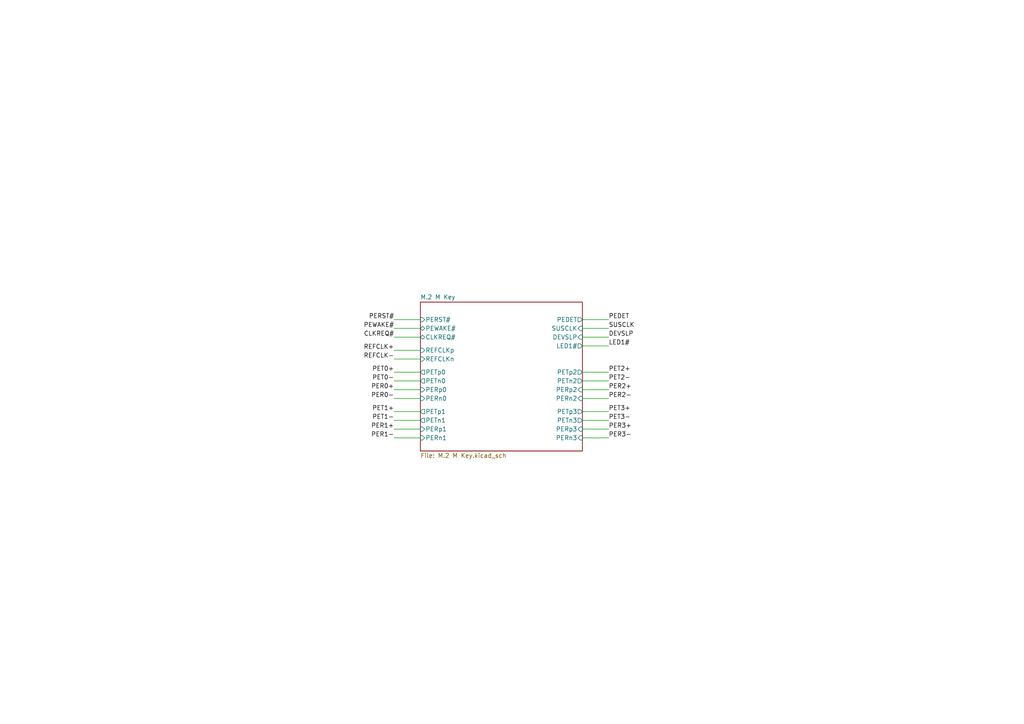
<source format=kicad_sch>
(kicad_sch
	(version 20250114)
	(generator "eeschema")
	(generator_version "9.0")
	(uuid "225e45d4-8736-425f-a7bd-ada36700ab53")
	(paper "A4")
	(lib_symbols)
	(wire
		(pts
			(xy 168.91 115.57) (xy 176.53 115.57)
		)
		(stroke
			(width 0)
			(type default)
		)
		(uuid "09494f2e-0403-410a-a8c8-665706a435b9")
	)
	(wire
		(pts
			(xy 114.3 119.38) (xy 121.92 119.38)
		)
		(stroke
			(width 0)
			(type default)
		)
		(uuid "09bf9f0d-b3ba-4940-b87f-66d1b9141ed0")
	)
	(wire
		(pts
			(xy 168.91 92.71) (xy 176.53 92.71)
		)
		(stroke
			(width 0)
			(type default)
		)
		(uuid "0ba90324-6faa-41ab-b42a-a37b59ec222c")
	)
	(wire
		(pts
			(xy 114.3 92.71) (xy 121.92 92.71)
		)
		(stroke
			(width 0)
			(type default)
		)
		(uuid "0e8b9038-58fb-49a1-a8cd-3f3670c72a95")
	)
	(wire
		(pts
			(xy 168.91 119.38) (xy 176.53 119.38)
		)
		(stroke
			(width 0)
			(type default)
		)
		(uuid "103a6cc6-a53c-4188-bf1d-54e19c2d4b7a")
	)
	(wire
		(pts
			(xy 114.3 95.25) (xy 121.92 95.25)
		)
		(stroke
			(width 0)
			(type default)
		)
		(uuid "112c0cf3-3ff9-4fd6-9807-291e94644ff4")
	)
	(wire
		(pts
			(xy 114.3 124.46) (xy 121.92 124.46)
		)
		(stroke
			(width 0)
			(type default)
		)
		(uuid "250adf30-229e-4fdc-a246-f4c8179a3b1e")
	)
	(wire
		(pts
			(xy 114.3 110.49) (xy 121.92 110.49)
		)
		(stroke
			(width 0)
			(type default)
		)
		(uuid "2f347ae0-8902-43c3-bb09-51d54e165b1a")
	)
	(wire
		(pts
			(xy 114.3 97.79) (xy 121.92 97.79)
		)
		(stroke
			(width 0)
			(type default)
		)
		(uuid "54d05207-2425-4470-8718-a465afdfbfba")
	)
	(wire
		(pts
			(xy 114.3 107.95) (xy 121.92 107.95)
		)
		(stroke
			(width 0)
			(type default)
		)
		(uuid "61cff51a-be07-4587-acfd-ac64eb642f2a")
	)
	(wire
		(pts
			(xy 114.3 121.92) (xy 121.92 121.92)
		)
		(stroke
			(width 0)
			(type default)
		)
		(uuid "64ceb777-cca2-4afb-8feb-115c30243fb7")
	)
	(wire
		(pts
			(xy 114.3 127) (xy 121.92 127)
		)
		(stroke
			(width 0)
			(type default)
		)
		(uuid "74985cec-755c-4ffc-8b6a-075c0f2d965a")
	)
	(wire
		(pts
			(xy 168.91 100.33) (xy 176.53 100.33)
		)
		(stroke
			(width 0)
			(type default)
		)
		(uuid "763849be-627e-4b06-b252-12196065d4ed")
	)
	(wire
		(pts
			(xy 114.3 104.14) (xy 121.92 104.14)
		)
		(stroke
			(width 0)
			(type default)
		)
		(uuid "772571df-c8e8-4b2d-b715-4d434b343c11")
	)
	(wire
		(pts
			(xy 114.3 115.57) (xy 121.92 115.57)
		)
		(stroke
			(width 0)
			(type default)
		)
		(uuid "787deb0e-8ac8-433f-a8b2-81ce0b1dcb29")
	)
	(wire
		(pts
			(xy 168.91 95.25) (xy 176.53 95.25)
		)
		(stroke
			(width 0)
			(type default)
		)
		(uuid "9c49cc88-9a65-4a0a-9b6b-e4065bec3c76")
	)
	(wire
		(pts
			(xy 168.91 107.95) (xy 176.53 107.95)
		)
		(stroke
			(width 0)
			(type default)
		)
		(uuid "a7861e9e-b967-491a-aba6-34fb9e215d6b")
	)
	(wire
		(pts
			(xy 168.91 113.03) (xy 176.53 113.03)
		)
		(stroke
			(width 0)
			(type default)
		)
		(uuid "aba91103-aef7-4d16-8a3f-8d936b6e5c87")
	)
	(wire
		(pts
			(xy 168.91 110.49) (xy 176.53 110.49)
		)
		(stroke
			(width 0)
			(type default)
		)
		(uuid "c704bdfe-bd43-4583-8bb0-e98bc4895995")
	)
	(wire
		(pts
			(xy 114.3 101.6) (xy 121.92 101.6)
		)
		(stroke
			(width 0)
			(type default)
		)
		(uuid "cad9292c-9415-42ac-89bd-8afd5b49de3a")
	)
	(wire
		(pts
			(xy 168.91 124.46) (xy 176.53 124.46)
		)
		(stroke
			(width 0)
			(type default)
		)
		(uuid "e6dfcbeb-6164-497d-be16-c301a7372b61")
	)
	(wire
		(pts
			(xy 168.91 127) (xy 176.53 127)
		)
		(stroke
			(width 0)
			(type default)
		)
		(uuid "f0c469e3-ad64-4e68-87b4-f60bc6c427c4")
	)
	(wire
		(pts
			(xy 168.91 97.79) (xy 176.53 97.79)
		)
		(stroke
			(width 0)
			(type default)
		)
		(uuid "f3affcf2-11b4-4146-bdd4-63b90b0662b1")
	)
	(wire
		(pts
			(xy 168.91 121.92) (xy 176.53 121.92)
		)
		(stroke
			(width 0)
			(type default)
		)
		(uuid "f79911f8-13bd-4cd5-af0f-4c9aea0768b4")
	)
	(wire
		(pts
			(xy 114.3 113.03) (xy 121.92 113.03)
		)
		(stroke
			(width 0)
			(type default)
		)
		(uuid "fbab7476-3715-49ff-bdfe-ae576172191f")
	)
	(label "PER1-"
		(at 114.3 127 180)
		(effects
			(font
				(size 1.27 1.27)
			)
			(justify right bottom)
		)
		(uuid "0f537aa6-37cb-49f0-9400-12852a19ebbb")
	)
	(label "PER2-"
		(at 176.53 115.57 0)
		(effects
			(font
				(size 1.27 1.27)
			)
			(justify left bottom)
		)
		(uuid "12f4709c-473e-426c-8df1-772490755935")
	)
	(label "PET0-"
		(at 114.3 110.49 180)
		(effects
			(font
				(size 1.27 1.27)
			)
			(justify right bottom)
		)
		(uuid "1986d2a1-db14-4091-8c5d-8a7a90e4a8a8")
	)
	(label "PERST#"
		(at 114.3 92.71 180)
		(effects
			(font
				(size 1.27 1.27)
			)
			(justify right bottom)
		)
		(uuid "1dcbf29b-245c-4f59-b626-90cefa7251ed")
	)
	(label "PER1+"
		(at 114.3 124.46 180)
		(effects
			(font
				(size 1.27 1.27)
			)
			(justify right bottom)
		)
		(uuid "206f0ef7-ce30-4e09-8d97-519a4455796a")
	)
	(label "PET3-"
		(at 176.53 121.92 0)
		(effects
			(font
				(size 1.27 1.27)
			)
			(justify left bottom)
		)
		(uuid "267af58a-91e5-46a2-8217-06c78d6f130a")
	)
	(label "PER2+"
		(at 176.53 113.03 0)
		(effects
			(font
				(size 1.27 1.27)
			)
			(justify left bottom)
		)
		(uuid "3262326a-24aa-4b69-8437-7e3e8c2613af")
	)
	(label "PER0+"
		(at 114.3 113.03 180)
		(effects
			(font
				(size 1.27 1.27)
			)
			(justify right bottom)
		)
		(uuid "369dba6e-6e80-469c-952e-df02aba9a46d")
	)
	(label "DEVSLP"
		(at 176.53 97.79 0)
		(effects
			(font
				(size 1.27 1.27)
			)
			(justify left bottom)
		)
		(uuid "446df433-3974-4d73-ad44-8a4704c7a6fc")
	)
	(label "PET2+"
		(at 176.53 107.95 0)
		(effects
			(font
				(size 1.27 1.27)
			)
			(justify left bottom)
		)
		(uuid "7cad56c7-430d-4a67-9adb-746e5ce1f458")
	)
	(label "PER3+"
		(at 176.53 124.46 0)
		(effects
			(font
				(size 1.27 1.27)
			)
			(justify left bottom)
		)
		(uuid "83babebc-6c4e-4782-a303-aa18b9506975")
	)
	(label "PEDET"
		(at 176.53 92.71 0)
		(effects
			(font
				(size 1.27 1.27)
			)
			(justify left bottom)
		)
		(uuid "8d2bfaa0-d76a-4ae5-a8ab-e0e4a4341501")
	)
	(label "PER0-"
		(at 114.3 115.57 180)
		(effects
			(font
				(size 1.27 1.27)
			)
			(justify right bottom)
		)
		(uuid "973b3c29-36a1-4d0c-a507-0caa2c39b12b")
	)
	(label "REFCLK-"
		(at 114.3 104.14 180)
		(effects
			(font
				(size 1.27 1.27)
			)
			(justify right bottom)
		)
		(uuid "9764fddb-dda5-4ca0-ace4-d73a1da6a30f")
	)
	(label "PER3-"
		(at 176.53 127 0)
		(effects
			(font
				(size 1.27 1.27)
			)
			(justify left bottom)
		)
		(uuid "9ddf4cb3-7d81-4299-b18e-a1fd97f70dfe")
	)
	(label "CLKREQ#"
		(at 114.3 97.79 180)
		(effects
			(font
				(size 1.27 1.27)
			)
			(justify right bottom)
		)
		(uuid "a02c78be-cb87-457a-9ff5-380241cd66e2")
	)
	(label "PET2-"
		(at 176.53 110.49 0)
		(effects
			(font
				(size 1.27 1.27)
			)
			(justify left bottom)
		)
		(uuid "a4107d6c-00b0-4ed6-a66f-03956378f3bf")
	)
	(label "PET0+"
		(at 114.3 107.95 180)
		(effects
			(font
				(size 1.27 1.27)
			)
			(justify right bottom)
		)
		(uuid "b1191561-7651-442d-bb9c-3c5313cbeba7")
	)
	(label "PET1+"
		(at 114.3 119.38 180)
		(effects
			(font
				(size 1.27 1.27)
			)
			(justify right bottom)
		)
		(uuid "b8d18fe7-ade8-4729-9527-e44e0ce4839c")
	)
	(label "PET1-"
		(at 114.3 121.92 180)
		(effects
			(font
				(size 1.27 1.27)
			)
			(justify right bottom)
		)
		(uuid "c1ead785-3660-4cd6-8987-ad101f83be42")
	)
	(label "LED1#"
		(at 176.53 100.33 0)
		(effects
			(font
				(size 1.27 1.27)
			)
			(justify left bottom)
		)
		(uuid "de16a1df-86fb-4cfd-9cad-3d3e25683460")
	)
	(label "PET3+"
		(at 176.53 119.38 0)
		(effects
			(font
				(size 1.27 1.27)
			)
			(justify left bottom)
		)
		(uuid "e7e85858-6bea-47a1-ad3e-6d6ba2066e7e")
	)
	(label "PEWAKE#"
		(at 114.3 95.25 180)
		(effects
			(font
				(size 1.27 1.27)
			)
			(justify right bottom)
		)
		(uuid "e8227111-e741-4ebe-95ee-826586152a16")
	)
	(label "SUSCLK"
		(at 176.53 95.25 0)
		(effects
			(font
				(size 1.27 1.27)
			)
			(justify left bottom)
		)
		(uuid "e857ff14-3d8f-4ccf-9de2-4d16113aa26b")
	)
	(label "REFCLK+"
		(at 114.3 101.6 180)
		(effects
			(font
				(size 1.27 1.27)
			)
			(justify right bottom)
		)
		(uuid "ef241bc2-af63-48bb-a88d-54f492a6804d")
	)
	(sheet
		(at 121.92 87.63)
		(size 46.99 43.18)
		(exclude_from_sim no)
		(in_bom yes)
		(on_board yes)
		(dnp no)
		(fields_autoplaced yes)
		(stroke
			(width 0.1524)
			(type solid)
		)
		(fill
			(color 0 0 0 0.0000)
		)
		(uuid "b71dd013-93d1-4bea-b245-7c5834e0818c")
		(property "Sheetname" "M.2 M Key"
			(at 121.92 86.9184 0)
			(effects
				(font
					(size 1.27 1.27)
				)
				(justify left bottom)
			)
		)
		(property "Sheetfile" "M.2 M Key.kicad_sch"
			(at 121.92 131.3946 0)
			(effects
				(font
					(size 1.27 1.27)
				)
				(justify left top)
			)
		)
		(pin "PERST#" input
			(at 121.92 92.71 180)
			(uuid "81cff9f0-b0a0-46fe-8504-81be75c0a5e7")
			(effects
				(font
					(size 1.27 1.27)
				)
				(justify left)
			)
		)
		(pin "PEWAKE#" bidirectional
			(at 121.92 95.25 180)
			(uuid "720c5a0f-8ced-4cb5-a672-b9ea9a29931d")
			(effects
				(font
					(size 1.27 1.27)
				)
				(justify left)
			)
		)
		(pin "CLKREQ#" bidirectional
			(at 121.92 97.79 180)
			(uuid "d31a7a53-4174-47b6-9a45-25ebf69c1e96")
			(effects
				(font
					(size 1.27 1.27)
				)
				(justify left)
			)
		)
		(pin "REFCLKp" input
			(at 121.92 101.6 180)
			(uuid "18f4d2a4-4888-4501-8c0e-a5c1460ed401")
			(effects
				(font
					(size 1.27 1.27)
				)
				(justify left)
			)
		)
		(pin "REFCLKn" input
			(at 121.92 104.14 180)
			(uuid "fa8d58dc-f55b-4a82-823d-d71a073de543")
			(effects
				(font
					(size 1.27 1.27)
				)
				(justify left)
			)
		)
		(pin "PETp0" output
			(at 121.92 107.95 180)
			(uuid "966de86c-0c86-46fb-b867-c35434dea7c1")
			(effects
				(font
					(size 1.27 1.27)
				)
				(justify left)
			)
		)
		(pin "PERp0" input
			(at 121.92 113.03 180)
			(uuid "3d58bb25-2bad-41f3-ad66-0c7d60fce914")
			(effects
				(font
					(size 1.27 1.27)
				)
				(justify left)
			)
		)
		(pin "PETn0" output
			(at 121.92 110.49 180)
			(uuid "8d345de3-2b75-497a-8ce1-48a554445c88")
			(effects
				(font
					(size 1.27 1.27)
				)
				(justify left)
			)
		)
		(pin "PERn0" input
			(at 121.92 115.57 180)
			(uuid "01f7db18-6f87-4daf-8900-e3d0ca67ea44")
			(effects
				(font
					(size 1.27 1.27)
				)
				(justify left)
			)
		)
		(pin "PETp1" output
			(at 121.92 119.38 180)
			(uuid "0352362a-4bda-4576-a3aa-e68558cdcd90")
			(effects
				(font
					(size 1.27 1.27)
				)
				(justify left)
			)
		)
		(pin "PETn1" output
			(at 121.92 121.92 180)
			(uuid "2a86e644-39bd-4641-94a7-c16da65527ff")
			(effects
				(font
					(size 1.27 1.27)
				)
				(justify left)
			)
		)
		(pin "PERn1" input
			(at 121.92 127 180)
			(uuid "78c2f7cf-9146-42a5-abdd-5d39285efac4")
			(effects
				(font
					(size 1.27 1.27)
				)
				(justify left)
			)
		)
		(pin "PERp1" input
			(at 121.92 124.46 180)
			(uuid "00bd5e34-68ba-46d8-a7f7-e0b35925d833")
			(effects
				(font
					(size 1.27 1.27)
				)
				(justify left)
			)
		)
		(pin "PETn2" output
			(at 168.91 110.49 0)
			(uuid "89e9e183-6e73-44f1-bacf-144991f17252")
			(effects
				(font
					(size 1.27 1.27)
				)
				(justify right)
			)
		)
		(pin "PETp2" output
			(at 168.91 107.95 0)
			(uuid "96f41a1f-61e6-4dd5-9d56-c87720a45972")
			(effects
				(font
					(size 1.27 1.27)
				)
				(justify right)
			)
		)
		(pin "PERp2" input
			(at 168.91 113.03 0)
			(uuid "70f541da-9409-46ed-b32e-6fbeed66341e")
			(effects
				(font
					(size 1.27 1.27)
				)
				(justify right)
			)
		)
		(pin "PERn2" input
			(at 168.91 115.57 0)
			(uuid "c36a4c90-a296-48c2-94b1-5aaba4d4a1d5")
			(effects
				(font
					(size 1.27 1.27)
				)
				(justify right)
			)
		)
		(pin "PETp3" output
			(at 168.91 119.38 0)
			(uuid "0c354e8b-90f4-4283-aa0d-55c3533660c6")
			(effects
				(font
					(size 1.27 1.27)
				)
				(justify right)
			)
		)
		(pin "PETn3" output
			(at 168.91 121.92 0)
			(uuid "d60ebdee-6b42-48a9-9266-ce2cd8ef18c1")
			(effects
				(font
					(size 1.27 1.27)
				)
				(justify right)
			)
		)
		(pin "PERn3" input
			(at 168.91 127 0)
			(uuid "f84aa084-a946-491f-bc91-ac73cb950649")
			(effects
				(font
					(size 1.27 1.27)
				)
				(justify right)
			)
		)
		(pin "PERp3" input
			(at 168.91 124.46 0)
			(uuid "a9534fff-3f57-4b63-91e9-3db98ff41d80")
			(effects
				(font
					(size 1.27 1.27)
				)
				(justify right)
			)
		)
		(pin "PEDET" output
			(at 168.91 92.71 0)
			(uuid "a65409b4-527d-4f5b-b364-4089a503a1ad")
			(effects
				(font
					(size 1.27 1.27)
				)
				(justify right)
			)
		)
		(pin "SUSCLK" input
			(at 168.91 95.25 0)
			(uuid "6f588f0e-200e-4e61-acb6-28b69506384e")
			(effects
				(font
					(size 1.27 1.27)
				)
				(justify right)
			)
		)
		(pin "DEVSLP" input
			(at 168.91 97.79 0)
			(uuid "4da0c1d2-8fa6-456c-807d-a2801e6cf261")
			(effects
				(font
					(size 1.27 1.27)
				)
				(justify right)
			)
		)
		(pin "LED1#" output
			(at 168.91 100.33 0)
			(uuid "b308597a-c1f8-4bf6-98ac-f3e2c8632de7")
			(effects
				(font
					(size 1.27 1.27)
				)
				(justify right)
			)
		)
		(instances
			(project "M.2 M Key 30110"
				(path "/225e45d4-8736-425f-a7bd-ada36700ab53"
					(page "2")
				)
			)
		)
	)
	(sheet_instances
		(path "/"
			(page "1")
		)
	)
	(embedded_fonts no)
)

</source>
